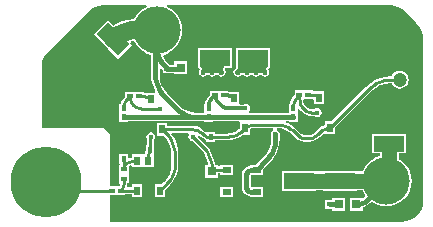
<source format=gbl>
G04*
G04 #@! TF.GenerationSoftware,Altium Limited,Altium Designer,18.1.6 (161)*
G04*
G04 Layer_Physical_Order=2*
G04 Layer_Color=16711680*
%FSLAX25Y25*%
%MOIN*%
G70*
G01*
G75*
%ADD13R,0.10236X0.05315*%
%ADD24C,0.05000*%
%ADD25C,0.01600*%
%ADD26C,0.01000*%
%ADD27C,0.01200*%
%ADD28C,0.15748*%
%ADD29C,0.04724*%
%ADD30C,0.01772*%
%ADD31C,0.06000*%
G04:AMPARAMS|DCode=32|XSize=102.36mil|YSize=53.15mil|CornerRadius=0mil|HoleSize=0mil|Usage=FLASHONLY|Rotation=315.000|XOffset=0mil|YOffset=0mil|HoleType=Round|Shape=Rectangle|*
%AMROTATEDRECTD32*
4,1,4,-0.05498,0.01740,-0.01740,0.05498,0.05498,-0.01740,0.01740,-0.05498,-0.05498,0.01740,0.0*
%
%ADD32ROTATEDRECTD32*%

%ADD33R,0.03150X0.03150*%
%ADD34R,0.01968X0.01772*%
%ADD35C,0.23622*%
%ADD36R,0.01772X0.01968*%
%ADD37R,0.01968X0.01575*%
%ADD38R,0.03150X0.03150*%
%ADD39R,0.01575X0.01968*%
%ADD40R,0.02165X0.03150*%
%ADD41R,0.03150X0.02165*%
%ADD42R,0.02165X0.02953*%
G36*
X527000Y313783D02*
X528273Y313658D01*
X529497Y313286D01*
X530625Y312683D01*
X531614Y311872D01*
X531618Y311875D01*
X535497Y307997D01*
X535500Y307994D01*
X536471Y306812D01*
X537194Y305459D01*
X537639Y303991D01*
X537789Y302469D01*
X537788Y302465D01*
Y248682D01*
X537785D01*
X537651Y247323D01*
X537255Y246016D01*
X536611Y244811D01*
X535744Y243756D01*
X534689Y242889D01*
X533484Y242245D01*
X532177Y241849D01*
X530818Y241715D01*
Y241712D01*
X433500D01*
Y250514D01*
X438561D01*
Y250879D01*
X440817D01*
Y249825D01*
X444183D01*
Y254175D01*
X440817D01*
Y253121D01*
X439428D01*
X439028Y253622D01*
X439140Y254471D01*
X439584Y254538D01*
Y257187D01*
X439584Y257313D01*
Y257687D01*
X439584Y257813D01*
Y260323D01*
X439646Y260370D01*
X440317Y260648D01*
X440817Y260314D01*
Y259865D01*
X444058D01*
X444183Y259865D01*
X444558D01*
X444683Y259865D01*
X447923D01*
Y263916D01*
X448218D01*
Y267084D01*
X447952D01*
Y268849D01*
X448071Y268929D01*
X448400Y269420D01*
X448515Y270000D01*
X448400Y270580D01*
X448071Y271071D01*
X447580Y271400D01*
X447000Y271515D01*
X446420Y271400D01*
X445929Y271071D01*
X445600Y270580D01*
X445485Y270000D01*
X445600Y269420D01*
X445709Y269257D01*
Y267084D01*
X445443D01*
Y265426D01*
X445220Y264888D01*
X445132Y264214D01*
X444683D01*
X444558Y264214D01*
X444183D01*
X444058Y264214D01*
X440817D01*
Y263082D01*
X440470Y263047D01*
X439887Y262871D01*
X439486Y263168D01*
Y264131D01*
X436514D01*
Y260963D01*
X436878D01*
Y260462D01*
X436416D01*
Y257813D01*
X436416Y257687D01*
Y257313D01*
X436416Y257187D01*
Y254538D01*
X436416D01*
X436810Y254038D01*
X436714Y253556D01*
X436667Y253486D01*
X433500D01*
Y271000D01*
X431000Y273028D01*
X410812Y273028D01*
X410727Y273121D01*
X410712Y273600D01*
Y283500D01*
Y293500D01*
X410717D01*
X410842Y294773D01*
X411214Y295997D01*
X411817Y297126D01*
X412628Y298114D01*
X412625Y298118D01*
X426504Y311997D01*
X426508Y311992D01*
X427434Y312751D01*
X428490Y313316D01*
X429636Y313664D01*
X430828Y313781D01*
Y313788D01*
X445469D01*
X445594Y313288D01*
X444269Y312580D01*
X442979Y311521D01*
X441920Y310231D01*
X441325Y309117D01*
X439508Y308974D01*
X437427Y308474D01*
X435449Y307655D01*
X434409Y307018D01*
X432670Y308757D01*
X428064Y304150D01*
X431404Y300810D01*
X431426Y300756D01*
X432003Y300004D01*
X432756Y299427D01*
X432810Y299404D01*
X436150Y296064D01*
X440757Y300670D01*
X440182Y301245D01*
X440304Y301730D01*
X440397Y301758D01*
X441342Y301851D01*
X441920Y300769D01*
X442979Y299479D01*
X444269Y298420D01*
X445741Y297633D01*
X447073Y297229D01*
Y290642D01*
X447065D01*
X447205Y288853D01*
X447624Y287108D01*
X448311Y285451D01*
X448528Y285096D01*
X448248Y284596D01*
X445317D01*
Y284596D01*
X445270Y284555D01*
X444633Y284638D01*
X444584Y284986D01*
X438463D01*
Y283734D01*
X438254Y283320D01*
X437497Y282334D01*
X437021Y281185D01*
X437005Y281061D01*
X436514D01*
Y277892D01*
Y274939D01*
X439486D01*
Y275096D01*
X462412D01*
X462500Y275089D01*
Y275096D01*
X464836D01*
Y274939D01*
X467807D01*
Y275096D01*
X476478D01*
X476879Y274858D01*
Y272828D01*
X476470Y272492D01*
X474978Y271694D01*
X473359Y271203D01*
X471719Y271042D01*
X471675Y271051D01*
X468486D01*
Y271513D01*
X465514D01*
X465097Y271712D01*
X464814Y271929D01*
X464812Y271962D01*
Y271962D01*
X463633Y272866D01*
X462260Y273435D01*
X460787Y273629D01*
Y273602D01*
X452423D01*
Y274557D01*
X449057D01*
Y270404D01*
X450789D01*
X451278Y270356D01*
X451598Y269989D01*
X452394Y269019D01*
X453216Y267481D01*
X453722Y265813D01*
X453888Y264127D01*
X453878Y264078D01*
Y260500D01*
X453883Y260478D01*
X453745Y259078D01*
X453330Y257711D01*
X452657Y256451D01*
X452059Y255722D01*
X451746Y255352D01*
X451400Y255005D01*
X450569Y254175D01*
X448298D01*
Y249825D01*
X451663D01*
Y252097D01*
X452979Y253412D01*
X453349Y253748D01*
X453349Y253748D01*
X454537Y255195D01*
X455419Y256846D01*
X455963Y258637D01*
X456146Y260500D01*
X456122D01*
Y264078D01*
X456134D01*
X455997Y265820D01*
X455589Y267519D01*
X454921Y269133D01*
X454008Y270623D01*
X453767Y270905D01*
X453976Y271359D01*
X459528D01*
X459787Y270859D01*
X459600Y270580D01*
X459485Y270000D01*
X459600Y269420D01*
X459929Y268929D01*
X460420Y268600D01*
X460911Y268503D01*
X463253Y266161D01*
X463600Y265814D01*
X463920Y265447D01*
X464716Y264477D01*
X465538Y262939D01*
X466044Y261271D01*
X466065Y261057D01*
X465729Y260686D01*
X465147D01*
Y256337D01*
X469496D01*
Y257917D01*
X470127D01*
Y257356D01*
X474477D01*
Y260722D01*
X470127D01*
Y260161D01*
X469496D01*
Y260686D01*
X468365D01*
X468319Y261278D01*
X467911Y262977D01*
X467242Y264591D01*
X466329Y266081D01*
X465195Y267409D01*
X465195Y267409D01*
X464832Y267754D01*
X462708Y269878D01*
X462721Y270082D01*
X463074Y270276D01*
X463236Y270305D01*
X464290Y269495D01*
X465514Y268988D01*
Y268345D01*
X468486D01*
Y268807D01*
X471675D01*
Y268795D01*
X473376Y268929D01*
X475035Y269328D01*
X476611Y269981D01*
X477794Y270705D01*
X480244D01*
Y272576D01*
X480718Y272773D01*
X481504Y272876D01*
Y272879D01*
X487618D01*
X487894Y272415D01*
X487889Y272378D01*
X487429Y272071D01*
X487100Y271580D01*
X486985Y271000D01*
X487073Y270560D01*
Y269340D01*
X487085Y269277D01*
X486926Y267664D01*
X486437Y266052D01*
X485643Y264567D01*
X484891Y263650D01*
X484562Y263278D01*
Y263278D01*
X484215Y262931D01*
X482005Y260722D01*
X480167D01*
Y260427D01*
X479680Y260363D01*
X478961Y260065D01*
X478344Y259592D01*
X477870Y258974D01*
X477572Y258255D01*
X477475Y257513D01*
X477469Y257484D01*
Y253059D01*
X477476Y253023D01*
X477571Y252302D01*
X477863Y251596D01*
X478328Y250990D01*
X478934Y250526D01*
X479639Y250233D01*
X480167Y250164D01*
Y249876D01*
X484516D01*
Y253241D01*
X480324D01*
Y257356D01*
X484516D01*
Y259195D01*
X486227Y260906D01*
X486586Y261254D01*
X486586Y261254D01*
X487751Y262618D01*
X488689Y264148D01*
X489376Y265806D01*
X489794Y267551D01*
X489935Y269340D01*
X489927D01*
Y270560D01*
X490015Y271000D01*
X489900Y271580D01*
X489571Y272071D01*
X489086Y272395D01*
X489084Y272415D01*
X489212Y272867D01*
X490456Y272744D01*
X491832Y272327D01*
X493100Y271649D01*
X494194Y270752D01*
X494207Y270732D01*
X494836Y270103D01*
X495176Y269737D01*
X495176Y269737D01*
X496150Y268990D01*
X497283Y268520D01*
X498500Y268360D01*
Y268378D01*
X499509D01*
Y268352D01*
X500957Y268543D01*
X502306Y269102D01*
X503464Y269990D01*
X503446Y270009D01*
X504355Y270918D01*
X504356Y270919D01*
X504558Y271074D01*
X505057Y270951D01*
Y270951D01*
X508423D01*
Y273124D01*
X520230Y284931D01*
X520577Y285278D01*
X520944Y285598D01*
X521914Y286394D01*
X523452Y287216D01*
X525120Y287722D01*
X526806Y287888D01*
X526855Y287878D01*
X527258D01*
X527413Y287506D01*
X527887Y286887D01*
X528506Y286413D01*
X529227Y286114D01*
X530000Y286012D01*
X530773Y286114D01*
X531494Y286413D01*
X532113Y286887D01*
X532587Y287506D01*
X532886Y288227D01*
X532988Y289000D01*
X532886Y289773D01*
X532587Y290494D01*
X532113Y291113D01*
X531494Y291587D01*
X530773Y291886D01*
X530000Y291988D01*
X529227Y291886D01*
X528506Y291587D01*
X527887Y291113D01*
X527413Y290494D01*
X527309Y290244D01*
X526855Y290134D01*
Y290134D01*
X525113Y289997D01*
X523414Y289589D01*
X521800Y288921D01*
X520310Y288008D01*
X518982Y286873D01*
X518982Y286873D01*
X518637Y286511D01*
X507230Y275104D01*
X505057D01*
Y273892D01*
X503918Y273420D01*
X502750Y272523D01*
X502750Y272523D01*
X502416Y272151D01*
X501860Y271595D01*
X501171Y271067D01*
X500369Y270735D01*
X499509Y270622D01*
Y270621D01*
X498500D01*
X498453Y270612D01*
X497559Y270790D01*
X497160Y271057D01*
X496775Y271336D01*
X496775Y271336D01*
X495793Y272318D01*
X495811Y272336D01*
X494356Y273529D01*
X492697Y274416D01*
X492103Y274596D01*
X492177Y275096D01*
X493014D01*
Y274939D01*
X495986D01*
Y279291D01*
X496486Y279342D01*
X497201Y278470D01*
X497190Y278459D01*
X498308Y277601D01*
X499610Y277061D01*
X501008Y276877D01*
Y276902D01*
X501504D01*
X501920Y276624D01*
X502500Y276509D01*
X503080Y276624D01*
X503571Y276952D01*
X503900Y277444D01*
X504015Y278024D01*
X503900Y278603D01*
X503571Y279095D01*
X503080Y279423D01*
X502500Y279538D01*
X501920Y279423D01*
X501504Y279145D01*
X501008D01*
Y279147D01*
X500197Y279254D01*
X499442Y279566D01*
X498794Y280064D01*
X498497Y280440D01*
X498166Y280872D01*
X497774Y281818D01*
X497732Y282138D01*
X498061Y282514D01*
X501061D01*
X501317Y282120D01*
Y280991D01*
X504683D01*
Y285143D01*
X501317D01*
X501061Y285486D01*
Y285486D01*
X494939D01*
Y284267D01*
X494754Y283844D01*
X493997Y282857D01*
X493521Y281709D01*
X493436Y281061D01*
X493014D01*
Y277951D01*
X479818D01*
X479674Y278323D01*
X479648Y278451D01*
X479961Y278920D01*
X480077Y279500D01*
X479961Y280080D01*
X479633Y280571D01*
X479142Y280900D01*
X478562Y281015D01*
X477982Y280900D01*
X477718Y280724D01*
X476996D01*
X476504Y280745D01*
Y284897D01*
X473542D01*
X472906Y284981D01*
Y285287D01*
X466785D01*
Y284053D01*
X466488Y283676D01*
X466488Y283676D01*
X465724Y282680D01*
X465244Y281521D01*
X465184Y281061D01*
X464836D01*
Y277951D01*
X462323D01*
X460880Y278093D01*
X459322Y278566D01*
X457887Y279333D01*
X457007Y280055D01*
X456641Y280378D01*
X456641Y280378D01*
X452438Y284580D01*
X452385Y284616D01*
X451357Y285869D01*
X450563Y287354D01*
X450074Y288966D01*
X449915Y290579D01*
X449927Y290642D01*
Y292564D01*
X450396Y292737D01*
X450914Y292131D01*
X450914D01*
X450916Y292130D01*
Y291187D01*
X452299D01*
X452500Y291147D01*
X454825D01*
Y290778D01*
X459175D01*
Y295128D01*
X454825D01*
Y294002D01*
X453091D01*
X452938Y294155D01*
X452885Y294191D01*
X451857Y295444D01*
X451146Y296773D01*
X451291Y297340D01*
X452259Y297633D01*
X453731Y298420D01*
X455021Y299479D01*
X456080Y300769D01*
X456867Y302241D01*
X457351Y303839D01*
X457515Y305500D01*
X457351Y307161D01*
X456867Y308759D01*
X456080Y310231D01*
X455021Y311521D01*
X453731Y312580D01*
X452406Y313288D01*
X452531Y313788D01*
X527000D01*
Y313783D01*
D02*
G37*
%LPC*%
G36*
X486718Y299435D02*
X475282D01*
Y292920D01*
X474929Y292571D01*
X474600Y292080D01*
X474485Y291500D01*
X474600Y290920D01*
X474929Y290429D01*
X475420Y290100D01*
X476000Y289985D01*
X476580Y290100D01*
X477071Y290429D01*
X477199Y290620D01*
X477801D01*
X477929Y290429D01*
X478420Y290100D01*
X479000Y289985D01*
X479580Y290100D01*
X480071Y290429D01*
X480199Y290620D01*
X480801D01*
X480929Y290429D01*
X481420Y290100D01*
X482000Y289985D01*
X482580Y290100D01*
X483071Y290429D01*
X483199Y290620D01*
X483801D01*
X483929Y290429D01*
X484420Y290100D01*
X485000Y289985D01*
X485580Y290100D01*
X486071Y290429D01*
X486400Y290920D01*
X486515Y291500D01*
X486400Y292080D01*
X486172Y292420D01*
X486371Y292895D01*
X486394Y292920D01*
X486718D01*
Y299435D01*
D02*
G37*
G36*
X474218D02*
X462782D01*
Y292920D01*
X463106D01*
X463129Y292895D01*
X463328Y292420D01*
X463100Y292080D01*
X462985Y291500D01*
X463100Y290920D01*
X463429Y290429D01*
X463920Y290100D01*
X464500Y289985D01*
X465080Y290100D01*
X465571Y290429D01*
X465699Y290620D01*
X466301D01*
X466429Y290429D01*
X466920Y290100D01*
X467500Y289985D01*
X468080Y290100D01*
X468571Y290429D01*
X468699Y290620D01*
X469301D01*
X469429Y290429D01*
X469920Y290100D01*
X470500Y289985D01*
X471080Y290100D01*
X471571Y290429D01*
X471900Y290920D01*
X472015Y291500D01*
X471900Y292080D01*
X471672Y292420D01*
X471871Y292895D01*
X471894Y292920D01*
X474218D01*
Y299435D01*
D02*
G37*
G36*
X532218Y270935D02*
X520782D01*
Y264420D01*
X523373D01*
Y263513D01*
X522241Y263170D01*
X520769Y262383D01*
X519479Y261324D01*
X518420Y260034D01*
X517633Y258562D01*
X517592Y258426D01*
X515718D01*
Y258556D01*
X504282D01*
Y258426D01*
X502218D01*
Y258556D01*
X490782D01*
Y252041D01*
X502218D01*
Y252172D01*
X504282D01*
Y252041D01*
X515718D01*
Y252172D01*
X517594D01*
X517633Y252045D01*
X518420Y250572D01*
X518569Y250391D01*
X518194Y250016D01*
X518178Y249992D01*
X518116Y249945D01*
X517741Y249675D01*
Y249675D01*
X517741Y249675D01*
X513391D01*
Y245325D01*
X517741D01*
Y246465D01*
X518083Y246569D01*
X519219Y247177D01*
X520216Y247994D01*
X520213Y247997D01*
X520588Y248372D01*
X520769Y248223D01*
X522241Y247436D01*
X523839Y246952D01*
X525500Y246788D01*
X527161Y246952D01*
X528759Y247436D01*
X530231Y248223D01*
X531521Y249282D01*
X532580Y250572D01*
X533367Y252045D01*
X533851Y253642D01*
X534015Y255303D01*
X533851Y256964D01*
X533367Y258562D01*
X532580Y260034D01*
X531521Y261324D01*
X530231Y262383D01*
X529627Y262706D01*
Y264420D01*
X532218D01*
Y270935D01*
D02*
G37*
G36*
X474477Y253241D02*
X470127D01*
Y249876D01*
X474477D01*
Y253241D01*
D02*
G37*
G36*
X511835Y249675D02*
X507485D01*
Y248986D01*
X505052D01*
Y246014D01*
X507485D01*
Y245325D01*
X511835D01*
Y249675D01*
D02*
G37*
%LPD*%
G36*
X486069Y293440D02*
X486058Y293430D01*
X485935Y293379D01*
X485930Y293367D01*
X485917Y293361D01*
X485894Y293336D01*
X485854Y293227D01*
X485771Y293145D01*
X485573Y292670D01*
X485573Y292602D01*
X485535Y292546D01*
X485572Y292361D01*
X485572Y292173D01*
X485619Y292125D01*
X485633Y292059D01*
X485788Y291826D01*
X485853Y291500D01*
X485788Y291174D01*
X485603Y290897D01*
X485326Y290712D01*
X485000Y290647D01*
X484674Y290712D01*
X484397Y290897D01*
X484341Y290981D01*
X484285Y291018D01*
X484260Y291080D01*
X484085Y291152D01*
X483927Y291258D01*
X483862Y291245D01*
X483801Y291270D01*
X483199D01*
X483138Y291245D01*
X483073Y291258D01*
X482915Y291152D01*
X482740Y291080D01*
X482715Y291018D01*
X482659Y290981D01*
X482603Y290897D01*
X482326Y290712D01*
X482000Y290647D01*
X481674Y290712D01*
X481397Y290897D01*
X481341Y290981D01*
X481285Y291018D01*
X481260Y291080D01*
X481085Y291152D01*
X480927Y291258D01*
X480862Y291245D01*
X480801Y291270D01*
X480199D01*
X480138Y291245D01*
X480073Y291258D01*
X479915Y291152D01*
X479740Y291080D01*
X479715Y291018D01*
X479659Y290981D01*
X479603Y290897D01*
X479326Y290712D01*
X479000Y290647D01*
X478674Y290712D01*
X478397Y290897D01*
X478341Y290981D01*
X478285Y291018D01*
X478260Y291080D01*
X478085Y291152D01*
X477927Y291258D01*
X477862Y291245D01*
X477801Y291270D01*
X477199D01*
X477138Y291245D01*
X477073Y291258D01*
X476915Y291152D01*
X476740Y291080D01*
X476715Y291018D01*
X476659Y290981D01*
X476603Y290897D01*
X476326Y290712D01*
X476000Y290647D01*
X475674Y290712D01*
X475397Y290897D01*
X475212Y291174D01*
X475147Y291500D01*
X475212Y291826D01*
X475432Y292155D01*
X475738Y292457D01*
X475739Y292460D01*
X475741Y292460D01*
X475836Y292688D01*
X475931Y292915D01*
X475930Y292917D01*
X475931Y292920D01*
Y297838D01*
X486069D01*
Y293440D01*
D02*
G37*
G36*
X473569Y293569D02*
X471894D01*
X471882Y293564D01*
X471869Y293569D01*
X471709Y293495D01*
X471624Y293495D01*
X471558Y293430D01*
X471435Y293379D01*
X471430Y293367D01*
X471417Y293361D01*
X471394Y293336D01*
X471354Y293227D01*
X471271Y293145D01*
X471073Y292670D01*
X471073Y292602D01*
X471035Y292546D01*
X471072Y292361D01*
X471072Y292173D01*
X471119Y292125D01*
X471133Y292059D01*
X471288Y291826D01*
X471353Y291500D01*
X471288Y291174D01*
X471103Y290897D01*
X470826Y290712D01*
X470500Y290647D01*
X470174Y290712D01*
X469897Y290897D01*
X469841Y290981D01*
X469785Y291018D01*
X469760Y291080D01*
X469585Y291152D01*
X469427Y291258D01*
X469362Y291245D01*
X469301Y291270D01*
X468699D01*
X468638Y291245D01*
X468573Y291258D01*
X468415Y291152D01*
X468240Y291080D01*
X468215Y291018D01*
X468159Y290981D01*
X468103Y290897D01*
X467826Y290712D01*
X467500Y290647D01*
X467174Y290712D01*
X466897Y290897D01*
X466841Y290981D01*
X466785Y291018D01*
X466760Y291080D01*
X466585Y291152D01*
X466427Y291258D01*
X466362Y291245D01*
X466301Y291270D01*
X465699D01*
X465638Y291245D01*
X465573Y291258D01*
X465415Y291152D01*
X465240Y291080D01*
X465215Y291018D01*
X465159Y290981D01*
X465103Y290897D01*
X464826Y290712D01*
X464500Y290647D01*
X464174Y290712D01*
X463897Y290897D01*
X463712Y291174D01*
X463647Y291500D01*
X463712Y291826D01*
X463868Y292059D01*
X463881Y292125D01*
X463928Y292173D01*
X463928Y292361D01*
X463965Y292546D01*
X463927Y292602D01*
X463927Y292670D01*
X463729Y293145D01*
X463646Y293227D01*
X463606Y293336D01*
X463583Y293361D01*
X463570Y293367D01*
X463565Y293379D01*
X463442Y293430D01*
X463431Y293440D01*
Y297529D01*
X463684Y297697D01*
X464024Y297838D01*
X473569D01*
Y293569D01*
D02*
G37*
G54D13*
X468500Y296177D02*
D03*
Y305823D02*
D03*
X526500Y267677D02*
D03*
Y277323D02*
D03*
X481000Y296177D02*
D03*
Y305823D02*
D03*
X496500Y255299D02*
D03*
Y264945D02*
D03*
X510000Y255299D02*
D03*
Y264945D02*
D03*
G54D24*
X525500Y255303D02*
X526043Y256010D01*
X526384Y256834D01*
X526500Y257717D01*
Y267677D01*
X510000Y255299D02*
X525496D01*
X496500D02*
X510000D01*
G54D25*
X449000Y304500D02*
X448500Y303293D01*
X515566Y247500D02*
X516570Y247599D01*
X517535Y247892D01*
X518424Y248367D01*
X519204Y249007D01*
X480452Y259039D02*
X479352Y258584D01*
X478897Y257484D01*
X485571Y262269D02*
X486230Y262996D01*
X486815Y263784D01*
X487319Y264626D01*
X487739Y265513D01*
X488069Y266437D01*
X488308Y267389D01*
X488452Y268360D01*
X488500Y269340D01*
X478897Y253059D02*
X479336Y251998D01*
X480397Y251559D01*
X455631Y279369D02*
X456338Y278729D01*
X457103Y278161D01*
X457921Y277671D01*
X458783Y277263D01*
X459680Y276942D01*
X460605Y276710D01*
X461548Y276570D01*
X462500Y276524D01*
X449000Y300217D02*
X449048Y299237D01*
X449192Y298266D01*
X449431Y297314D01*
X449761Y296390D01*
X450181Y295503D01*
X450685Y294661D01*
X451270Y293873D01*
X451929Y293146D01*
X448500Y290642D02*
X448548Y289662D01*
X448692Y288691D01*
X448931Y287739D01*
X449261Y286815D01*
X449681Y285928D01*
X450185Y285086D01*
X450770Y284298D01*
X451429Y283571D01*
X456087Y292575D02*
X457000Y292953D01*
X448500Y290642D02*
Y303293D01*
X449000Y300217D02*
Y304500D01*
X519204Y249007D02*
X525496Y255299D01*
X506636Y247500D02*
X509660D01*
X480452Y259039D02*
X482341D01*
X485571Y262269D01*
X488500Y269340D02*
Y271000D01*
X438000Y276524D02*
X462500D01*
X466322D01*
X451429Y283571D02*
X455631Y279369D01*
X452500Y292575D02*
X456087D01*
X451929Y293146D02*
X452500Y292575D01*
X466322Y276524D02*
X494500D01*
X478897Y253059D02*
Y257484D01*
X480397Y251559D02*
X482341D01*
G54D26*
X506740Y273028D02*
X505863Y272941D01*
X505020Y272686D01*
X504243Y272270D01*
X503562Y271711D01*
X526855Y289000D02*
X525875Y288952D01*
X524904Y288808D01*
X523952Y288569D01*
X523028Y288239D01*
X522141Y287819D01*
X521299Y287315D01*
X520511Y286730D01*
X519784Y286071D01*
X495982Y270543D02*
X496720Y269977D01*
X497578Y269621D01*
X498500Y269500D01*
X499509D02*
X500660Y269652D01*
X501732Y270096D01*
X502653Y270802D01*
X495000Y271525D02*
X494293Y272157D01*
X493521Y272705D01*
X492691Y273163D01*
X491816Y273526D01*
X490905Y273788D01*
X489971Y273947D01*
X489025Y274000D01*
X464000Y271149D02*
X463311Y271714D01*
X462526Y272134D01*
X461673Y272393D01*
X460787Y272480D01*
X464000Y271149D02*
X464863Y270487D01*
X465868Y270071D01*
X466947Y269929D01*
X455000Y264078D02*
X454952Y265058D01*
X454808Y266029D01*
X454569Y266981D01*
X454239Y267905D01*
X453819Y268792D01*
X453315Y269634D01*
X452730Y270422D01*
X452071Y271149D01*
X468595Y259039D02*
X467322Y258511D01*
Y259536D02*
X467274Y260516D01*
X467130Y261487D01*
X466891Y262439D01*
X466561Y263363D01*
X466141Y264250D01*
X465636Y265092D01*
X465052Y265880D01*
X464393Y266607D01*
X447000Y270000D02*
X446831Y269591D01*
Y265500D02*
X446394Y264846D01*
X446240Y264074D01*
X481504Y274000D02*
X480427Y273858D01*
X479423Y273443D01*
X478562Y272781D01*
X478557Y272777D02*
X478562Y272781D01*
X471675Y269929D02*
X472629Y269976D01*
X473574Y270116D01*
X474500Y270348D01*
X475399Y270669D01*
X476263Y271077D01*
X477082Y271568D01*
X477849Y272136D01*
X478557Y272777D01*
X452539Y254559D02*
X453167Y255261D01*
X453712Y256030D01*
X454168Y256854D01*
X454529Y257725D01*
X454789Y258630D01*
X454947Y259559D01*
X455000Y260500D01*
X498000Y279269D02*
X498881Y278593D01*
X499907Y278169D01*
X501008Y278024D01*
X495561Y283037D02*
X494985Y282287D01*
X494623Y281414D01*
X494500Y280476D01*
X496524Y282834D02*
X496621Y281850D01*
X496907Y280905D01*
X497373Y280033D01*
X498000Y279269D01*
X439061Y282513D02*
X438485Y281763D01*
X438123Y280890D01*
X438000Y279953D01*
X442006Y279931D02*
X443095Y279438D01*
X444278Y279269D01*
X440047Y283500D02*
X440180Y282449D01*
X440569Y281464D01*
X441191Y280607D01*
X442006Y279931D01*
X503000Y283067D02*
X502340Y283573D01*
X501572Y283891D01*
X500747Y284000D01*
X447000Y282520D02*
X446307Y283052D01*
X445500Y283386D01*
X444633Y283500D01*
X441716Y262039D02*
X440691Y261938D01*
X439705Y261639D01*
X438796Y261154D01*
X438000Y260500D01*
X436976Y252000D02*
X437532Y252724D01*
X437881Y253567D01*
X438000Y254471D01*
X415000Y255000D02*
X415147Y254073D01*
X415573Y253237D01*
X416237Y252573D01*
X417073Y252147D01*
X418000Y252000D01*
X506740Y273028D02*
X519784Y286071D01*
X526855Y289000D02*
X530000D01*
X502653Y270802D02*
X503562Y271711D01*
X498500Y269500D02*
X499509D01*
X481504Y274000D02*
X489025D01*
X495000Y271525D02*
X495982Y270543D01*
X467000Y269929D02*
X471675D01*
X466947D02*
X467000D01*
X450740Y272480D02*
X452071Y271149D01*
X450740Y272480D02*
X460787D01*
X468595Y259039D02*
X472302D01*
X467322Y258511D02*
Y259536D01*
X461000Y270000D02*
X464393Y266607D01*
X446831Y265500D02*
Y269591D01*
X449980Y252000D02*
X452539Y254559D01*
X455000Y260500D02*
Y264078D01*
X501008Y278024D02*
X502500D01*
X495561Y283037D02*
X496524Y284000D01*
Y282834D02*
Y284000D01*
X444278Y279269D02*
X449980D01*
X439061Y282513D02*
X440047Y283500D01*
X499476Y284000D02*
X500747D01*
X443000Y283500D02*
X444633D01*
X446240Y262039D02*
Y264074D01*
X438000Y260500D02*
Y262547D01*
Y259075D02*
Y260500D01*
X441716Y262039D02*
X442500D01*
X436976Y252000D02*
X442500D01*
X438000Y254471D02*
Y255925D01*
X418000Y252000D02*
X434024D01*
G54D27*
X468369Y283801D02*
X468588Y282698D01*
X469213Y281763D01*
X470500Y280476D02*
X471190Y279947D01*
X471994Y279614D01*
X472857Y279500D01*
X467366Y282798D02*
X466799Y282060D01*
X466443Y281200D01*
X466322Y280278D01*
X474822Y282821D02*
X474128Y283353D01*
X473321Y283687D01*
X472455Y283801D01*
X472857Y279500D02*
X478562D01*
X467366Y282798D02*
X468369Y283801D01*
X469213Y281763D02*
X470500Y280476D01*
X471322Y283801D02*
X472455D01*
G54D28*
X420000Y284500D02*
D03*
X449000Y305500D02*
D03*
X526000D02*
D03*
X525500Y255303D02*
D03*
G54D29*
X530000Y289000D02*
D03*
G54D30*
X485000Y291500D02*
D03*
X482000D02*
D03*
X479000D02*
D03*
X476000D02*
D03*
X470500D02*
D03*
X467500D02*
D03*
X464500D02*
D03*
X437500Y271149D02*
D03*
X461000Y270000D02*
D03*
X447000D02*
D03*
X474822Y273500D02*
D03*
X488500Y271000D02*
D03*
X502500Y278024D02*
D03*
X478562Y279500D02*
D03*
X449980Y279269D02*
D03*
G54D31*
X441642Y305500D02*
X440662Y305452D01*
X439691Y305308D01*
X438739Y305069D01*
X437815Y304739D01*
X436928Y304319D01*
X436086Y303815D01*
X435298Y303230D01*
X434571Y302571D01*
X441642Y305500D02*
X449000D01*
G54D32*
X434410Y302410D02*
D03*
X427590Y295590D02*
D03*
G54D33*
X515566Y247500D02*
D03*
X509660D02*
D03*
G54D34*
X506636D02*
D03*
X503684D02*
D03*
X434024Y252000D02*
D03*
X436976D02*
D03*
X499476Y284000D02*
D03*
X496524D02*
D03*
X443000Y283500D02*
D03*
X440047D02*
D03*
X471322Y283801D02*
D03*
X468369D02*
D03*
G54D35*
X412000Y255000D02*
D03*
G54D36*
X467000Y269929D02*
D03*
Y272882D02*
D03*
X438000Y265500D02*
D03*
Y262547D02*
D03*
X466322Y279476D02*
D03*
Y276524D02*
D03*
X438000Y279476D02*
D03*
Y276524D02*
D03*
X494500Y279476D02*
D03*
Y276524D02*
D03*
G54D37*
X438000Y255925D02*
D03*
Y259075D02*
D03*
X452500Y289425D02*
D03*
Y292575D02*
D03*
G54D38*
X457000Y292953D02*
D03*
Y287047D02*
D03*
X467322Y252606D02*
D03*
Y258511D02*
D03*
G54D39*
X446831Y265500D02*
D03*
X449980D02*
D03*
G54D40*
Y252000D02*
D03*
X446240D02*
D03*
X442500D02*
D03*
Y262039D02*
D03*
X446240D02*
D03*
X449980D02*
D03*
G54D41*
X472302Y259039D02*
D03*
Y251559D02*
D03*
X482341D02*
D03*
Y255299D02*
D03*
Y259039D02*
D03*
G54D42*
X447000Y282520D02*
D03*
X443260Y272480D02*
D03*
X450740D02*
D03*
X503000Y283067D02*
D03*
X499260Y273028D02*
D03*
X506740D02*
D03*
X474822Y282821D02*
D03*
X471081Y272781D02*
D03*
X478562D02*
D03*
M02*

</source>
